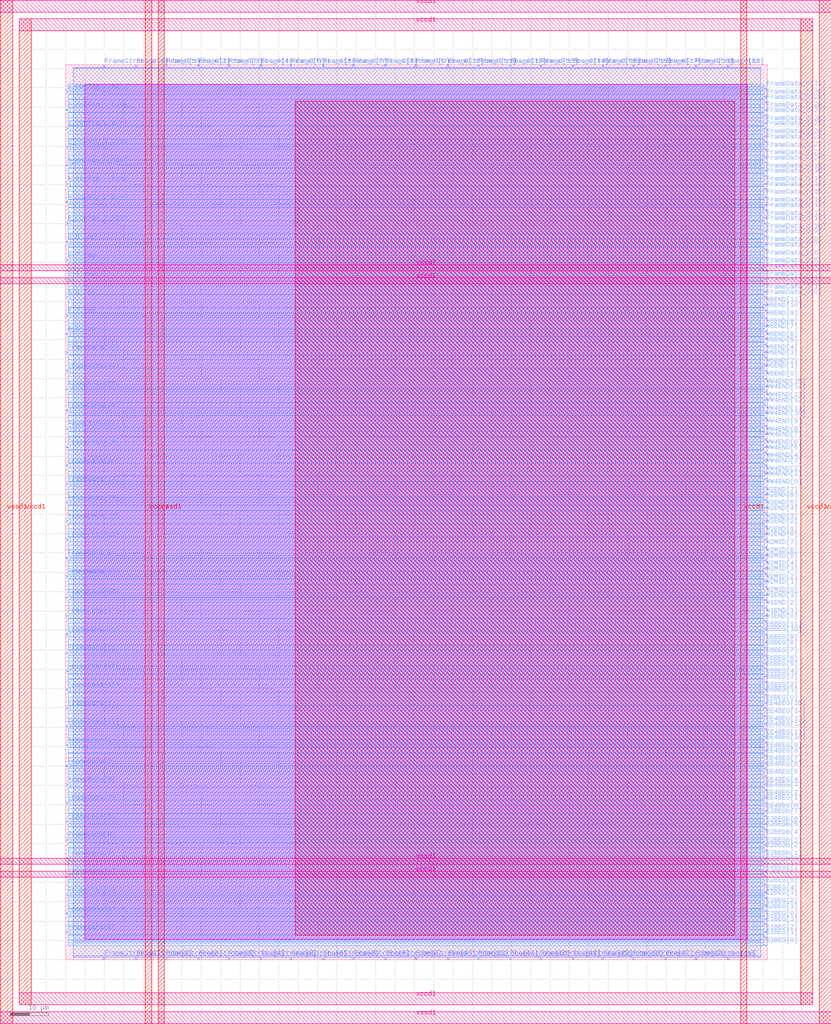
<source format=lef>
VERSION 5.7 ;
  NOWIREEXTENSIONATPIN ON ;
  DIVIDERCHAR "/" ;
  BUSBITCHARS "[]" ;
MACRO W_IO
  CLASS BLOCK ;
  FOREIGN W_IO ;
  ORIGIN 0.000 0.000 ;
  SIZE 181.000 BY 231.000 ;
  PIN A_I_top
    DIRECTION OUTPUT ;
    USE SIGNAL ;
    ANTENNADIFFAREA 0.445500 ;
    PORT
      LAYER met3 ;
        RECT 0.000 161.310 0.700 161.690 ;
    END
  END A_I_top
  PIN A_O_top
    DIRECTION INPUT ;
    USE SIGNAL ;
    ANTENNAGATEAREA 0.159000 ;
    PORT
      LAYER met3 ;
        RECT 0.000 170.830 0.700 171.210 ;
    END
  END A_O_top
  PIN A_T_top
    DIRECTION OUTPUT ;
    USE SIGNAL ;
    ANTENNADIFFAREA 0.445500 ;
    PORT
      LAYER met3 ;
        RECT 0.000 166.070 0.700 166.450 ;
    END
  END A_T_top
  PIN A_config_C_bit0
    DIRECTION OUTPUT ;
    USE SIGNAL ;
    ANTENNADIFFAREA 0.445500 ;
    PORT
      LAYER met3 ;
        RECT 0.000 189.870 0.700 190.250 ;
    END
  END A_config_C_bit0
  PIN A_config_C_bit1
    DIRECTION OUTPUT ;
    USE SIGNAL ;
    ANTENNADIFFAREA 0.445500 ;
    PORT
      LAYER met3 ;
        RECT 0.000 195.310 0.700 195.690 ;
    END
  END A_config_C_bit1
  PIN A_config_C_bit2
    DIRECTION OUTPUT ;
    USE SIGNAL ;
    ANTENNADIFFAREA 0.445500 ;
    PORT
      LAYER met3 ;
        RECT 0.000 200.070 0.700 200.450 ;
    END
  END A_config_C_bit2
  PIN A_config_C_bit3
    DIRECTION OUTPUT ;
    USE SIGNAL ;
    ANTENNADIFFAREA 0.445500 ;
    PORT
      LAYER met3 ;
        RECT 0.000 204.830 0.700 205.210 ;
    END
  END A_config_C_bit3
  PIN B_I_top
    DIRECTION OUTPUT ;
    USE SIGNAL ;
    ANTENNADIFFAREA 0.445500 ;
    PORT
      LAYER met3 ;
        RECT 0.000 175.590 0.700 175.970 ;
    END
  END B_I_top
  PIN B_O_top
    DIRECTION INPUT ;
    USE SIGNAL ;
    ANTENNAGATEAREA 0.159000 ;
    PORT
      LAYER met3 ;
        RECT 0.000 185.110 0.700 185.490 ;
    END
  END B_O_top
  PIN B_T_top
    DIRECTION OUTPUT ;
    USE SIGNAL ;
    ANTENNADIFFAREA 0.445500 ;
    PORT
      LAYER met3 ;
        RECT 0.000 180.350 0.700 180.730 ;
    END
  END B_T_top
  PIN B_config_C_bit0
    DIRECTION OUTPUT ;
    USE SIGNAL ;
    ANTENNADIFFAREA 0.445500 ;
    PORT
      LAYER met3 ;
        RECT 0.000 209.590 0.700 209.970 ;
    END
  END B_config_C_bit0
  PIN B_config_C_bit1
    DIRECTION OUTPUT ;
    USE SIGNAL ;
    ANTENNADIFFAREA 0.445500 ;
    PORT
      LAYER met3 ;
        RECT 0.000 214.350 0.700 214.730 ;
    END
  END B_config_C_bit1
  PIN B_config_C_bit2
    DIRECTION OUTPUT ;
    USE SIGNAL ;
    ANTENNADIFFAREA 0.445500 ;
    PORT
      LAYER met3 ;
        RECT 0.000 219.110 0.700 219.490 ;
    END
  END B_config_C_bit2
  PIN B_config_C_bit3
    DIRECTION OUTPUT ;
    USE SIGNAL ;
    ANTENNADIFFAREA 0.445500 ;
    PORT
      LAYER met3 ;
        RECT 0.000 223.870 0.700 224.250 ;
    END
  END B_config_C_bit3
  PIN E1BEG[0]
    DIRECTION OUTPUT ;
    USE SIGNAL ;
    ANTENNADIFFAREA 0.445500 ;
    PORT
      LAYER met3 ;
        RECT 180.300 3.550 181.000 3.930 ;
    END
  END E1BEG[0]
  PIN E1BEG[1]
    DIRECTION OUTPUT ;
    USE SIGNAL ;
    ANTENNADIFFAREA 0.445500 ;
    PORT
      LAYER met3 ;
        RECT 180.300 5.590 181.000 5.970 ;
    END
  END E1BEG[1]
  PIN E1BEG[2]
    DIRECTION OUTPUT ;
    USE SIGNAL ;
    ANTENNADIFFAREA 0.445500 ;
    PORT
      LAYER met3 ;
        RECT 180.300 6.950 181.000 7.330 ;
    END
  END E1BEG[2]
  PIN E1BEG[3]
    DIRECTION OUTPUT ;
    USE SIGNAL ;
    ANTENNADIFFAREA 0.445500 ;
    PORT
      LAYER met3 ;
        RECT 180.300 8.990 181.000 9.370 ;
    END
  END E1BEG[3]
  PIN E2BEG[0]
    DIRECTION OUTPUT ;
    USE SIGNAL ;
    ANTENNADIFFAREA 0.445500 ;
    PORT
      LAYER met3 ;
        RECT 180.300 10.350 181.000 10.730 ;
    END
  END E2BEG[0]
  PIN E2BEG[1]
    DIRECTION OUTPUT ;
    USE SIGNAL ;
    ANTENNADIFFAREA 0.445500 ;
    PORT
      LAYER met3 ;
        RECT 180.300 12.390 181.000 12.770 ;
    END
  END E2BEG[1]
  PIN E2BEG[2]
    DIRECTION OUTPUT ;
    USE SIGNAL ;
    ANTENNADIFFAREA 0.445500 ;
    PORT
      LAYER met3 ;
        RECT 180.300 13.750 181.000 14.130 ;
    END
  END E2BEG[2]
  PIN E2BEG[3]
    DIRECTION OUTPUT ;
    USE SIGNAL ;
    ANTENNADIFFAREA 0.445500 ;
    PORT
      LAYER met3 ;
        RECT 180.300 15.790 181.000 16.170 ;
    END
  END E2BEG[3]
  PIN E2BEG[4]
    DIRECTION OUTPUT ;
    USE SIGNAL ;
    ANTENNADIFFAREA 0.445500 ;
    PORT
      LAYER met3 ;
        RECT 180.300 17.150 181.000 17.530 ;
    END
  END E2BEG[4]
  PIN E2BEG[5]
    DIRECTION OUTPUT ;
    USE SIGNAL ;
    ANTENNADIFFAREA 0.445500 ;
    PORT
      LAYER met3 ;
        RECT 180.300 19.190 181.000 19.570 ;
    END
  END E2BEG[5]
  PIN E2BEG[6]
    DIRECTION OUTPUT ;
    USE SIGNAL ;
    ANTENNADIFFAREA 0.445500 ;
    PORT
      LAYER met3 ;
        RECT 180.300 21.230 181.000 21.610 ;
    END
  END E2BEG[6]
  PIN E2BEG[7]
    DIRECTION OUTPUT ;
    USE SIGNAL ;
    ANTENNADIFFAREA 0.445500 ;
    PORT
      LAYER met3 ;
        RECT 180.300 22.590 181.000 22.970 ;
    END
  END E2BEG[7]
  PIN E2BEGb[0]
    DIRECTION OUTPUT ;
    USE SIGNAL ;
    ANTENNADIFFAREA 0.445500 ;
    PORT
      LAYER met3 ;
        RECT 180.300 24.630 181.000 25.010 ;
    END
  END E2BEGb[0]
  PIN E2BEGb[1]
    DIRECTION OUTPUT ;
    USE SIGNAL ;
    ANTENNADIFFAREA 0.445500 ;
    PORT
      LAYER met3 ;
        RECT 180.300 25.990 181.000 26.370 ;
    END
  END E2BEGb[1]
  PIN E2BEGb[2]
    DIRECTION OUTPUT ;
    USE SIGNAL ;
    ANTENNADIFFAREA 0.445500 ;
    PORT
      LAYER met3 ;
        RECT 180.300 28.030 181.000 28.410 ;
    END
  END E2BEGb[2]
  PIN E2BEGb[3]
    DIRECTION OUTPUT ;
    USE SIGNAL ;
    ANTENNADIFFAREA 0.445500 ;
    PORT
      LAYER met3 ;
        RECT 180.300 29.390 181.000 29.770 ;
    END
  END E2BEGb[3]
  PIN E2BEGb[4]
    DIRECTION OUTPUT ;
    USE SIGNAL ;
    ANTENNADIFFAREA 0.445500 ;
    PORT
      LAYER met3 ;
        RECT 180.300 31.430 181.000 31.810 ;
    END
  END E2BEGb[4]
  PIN E2BEGb[5]
    DIRECTION OUTPUT ;
    USE SIGNAL ;
    ANTENNADIFFAREA 0.445500 ;
    PORT
      LAYER met3 ;
        RECT 180.300 33.470 181.000 33.850 ;
    END
  END E2BEGb[5]
  PIN E2BEGb[6]
    DIRECTION OUTPUT ;
    USE SIGNAL ;
    ANTENNADIFFAREA 0.445500 ;
    PORT
      LAYER met3 ;
        RECT 180.300 34.830 181.000 35.210 ;
    END
  END E2BEGb[6]
  PIN E2BEGb[7]
    DIRECTION OUTPUT ;
    USE SIGNAL ;
    ANTENNADIFFAREA 0.445500 ;
    PORT
      LAYER met3 ;
        RECT 180.300 36.870 181.000 37.250 ;
    END
  END E2BEGb[7]
  PIN E6BEG[0]
    DIRECTION OUTPUT ;
    USE SIGNAL ;
    ANTENNADIFFAREA 0.445500 ;
    PORT
      LAYER met3 ;
        RECT 180.300 66.110 181.000 66.490 ;
    END
  END E6BEG[0]
  PIN E6BEG[10]
    DIRECTION OUTPUT ;
    USE SIGNAL ;
    ANTENNADIFFAREA 0.445500 ;
    PORT
      LAYER met3 ;
        RECT 180.300 83.790 181.000 84.170 ;
    END
  END E6BEG[10]
  PIN E6BEG[11]
    DIRECTION OUTPUT ;
    USE SIGNAL ;
    ANTENNADIFFAREA 0.445500 ;
    PORT
      LAYER met3 ;
        RECT 180.300 85.150 181.000 85.530 ;
    END
  END E6BEG[11]
  PIN E6BEG[1]
    DIRECTION OUTPUT ;
    USE SIGNAL ;
    ANTENNADIFFAREA 0.445500 ;
    PORT
      LAYER met3 ;
        RECT 180.300 68.150 181.000 68.530 ;
    END
  END E6BEG[1]
  PIN E6BEG[2]
    DIRECTION OUTPUT ;
    USE SIGNAL ;
    ANTENNADIFFAREA 0.445500 ;
    PORT
      LAYER met3 ;
        RECT 180.300 69.510 181.000 69.890 ;
    END
  END E6BEG[2]
  PIN E6BEG[3]
    DIRECTION OUTPUT ;
    USE SIGNAL ;
    ANTENNADIFFAREA 0.445500 ;
    PORT
      LAYER met3 ;
        RECT 180.300 71.550 181.000 71.930 ;
    END
  END E6BEG[3]
  PIN E6BEG[4]
    DIRECTION OUTPUT ;
    USE SIGNAL ;
    ANTENNADIFFAREA 0.445500 ;
    PORT
      LAYER met3 ;
        RECT 180.300 72.910 181.000 73.290 ;
    END
  END E6BEG[4]
  PIN E6BEG[5]
    DIRECTION OUTPUT ;
    USE SIGNAL ;
    ANTENNADIFFAREA 0.445500 ;
    PORT
      LAYER met3 ;
        RECT 180.300 74.950 181.000 75.330 ;
    END
  END E6BEG[5]
  PIN E6BEG[6]
    DIRECTION OUTPUT ;
    USE SIGNAL ;
    ANTENNADIFFAREA 0.445500 ;
    PORT
      LAYER met3 ;
        RECT 180.300 76.310 181.000 76.690 ;
    END
  END E6BEG[6]
  PIN E6BEG[7]
    DIRECTION OUTPUT ;
    USE SIGNAL ;
    ANTENNADIFFAREA 0.445500 ;
    PORT
      LAYER met3 ;
        RECT 180.300 78.350 181.000 78.730 ;
    END
  END E6BEG[7]
  PIN E6BEG[8]
    DIRECTION OUTPUT ;
    USE SIGNAL ;
    ANTENNADIFFAREA 0.445500 ;
    PORT
      LAYER met3 ;
        RECT 180.300 80.390 181.000 80.770 ;
    END
  END E6BEG[8]
  PIN E6BEG[9]
    DIRECTION OUTPUT ;
    USE SIGNAL ;
    ANTENNADIFFAREA 0.445500 ;
    PORT
      LAYER met3 ;
        RECT 180.300 81.750 181.000 82.130 ;
    END
  END E6BEG[9]
  PIN EE4BEG[0]
    DIRECTION OUTPUT ;
    USE SIGNAL ;
    ANTENNADIFFAREA 0.445500 ;
    PORT
      LAYER met3 ;
        RECT 180.300 38.230 181.000 38.610 ;
    END
  END EE4BEG[0]
  PIN EE4BEG[10]
    DIRECTION OUTPUT ;
    USE SIGNAL ;
    ANTENNADIFFAREA 0.445500 ;
    PORT
      LAYER met3 ;
        RECT 180.300 55.910 181.000 56.290 ;
    END
  END EE4BEG[10]
  PIN EE4BEG[11]
    DIRECTION OUTPUT ;
    USE SIGNAL ;
    ANTENNADIFFAREA 0.445500 ;
    PORT
      LAYER met3 ;
        RECT 180.300 57.270 181.000 57.650 ;
    END
  END EE4BEG[11]
  PIN EE4BEG[12]
    DIRECTION OUTPUT ;
    USE SIGNAL ;
    ANTENNADIFFAREA 0.445500 ;
    PORT
      LAYER met3 ;
        RECT 180.300 59.310 181.000 59.690 ;
    END
  END EE4BEG[12]
  PIN EE4BEG[13]
    DIRECTION OUTPUT ;
    USE SIGNAL ;
    ANTENNADIFFAREA 0.445500 ;
    PORT
      LAYER met3 ;
        RECT 180.300 60.670 181.000 61.050 ;
    END
  END EE4BEG[13]
  PIN EE4BEG[14]
    DIRECTION OUTPUT ;
    USE SIGNAL ;
    ANTENNADIFFAREA 0.445500 ;
    PORT
      LAYER met3 ;
        RECT 180.300 62.710 181.000 63.090 ;
    END
  END EE4BEG[14]
  PIN EE4BEG[15]
    DIRECTION OUTPUT ;
    USE SIGNAL ;
    ANTENNADIFFAREA 0.445500 ;
    PORT
      LAYER met3 ;
        RECT 180.300 64.750 181.000 65.130 ;
    END
  END EE4BEG[15]
  PIN EE4BEG[1]
    DIRECTION OUTPUT ;
    USE SIGNAL ;
    ANTENNADIFFAREA 0.445500 ;
    PORT
      LAYER met3 ;
        RECT 180.300 40.270 181.000 40.650 ;
    END
  END EE4BEG[1]
  PIN EE4BEG[2]
    DIRECTION OUTPUT ;
    USE SIGNAL ;
    ANTENNADIFFAREA 0.445500 ;
    PORT
      LAYER met3 ;
        RECT 180.300 41.630 181.000 42.010 ;
    END
  END EE4BEG[2]
  PIN EE4BEG[3]
    DIRECTION OUTPUT ;
    USE SIGNAL ;
    ANTENNADIFFAREA 0.445500 ;
    PORT
      LAYER met3 ;
        RECT 180.300 43.670 181.000 44.050 ;
    END
  END EE4BEG[3]
  PIN EE4BEG[4]
    DIRECTION OUTPUT ;
    USE SIGNAL ;
    ANTENNADIFFAREA 0.445500 ;
    PORT
      LAYER met3 ;
        RECT 180.300 45.030 181.000 45.410 ;
    END
  END EE4BEG[4]
  PIN EE4BEG[5]
    DIRECTION OUTPUT ;
    USE SIGNAL ;
    ANTENNADIFFAREA 0.445500 ;
    PORT
      LAYER met3 ;
        RECT 180.300 47.070 181.000 47.450 ;
    END
  END EE4BEG[5]
  PIN EE4BEG[6]
    DIRECTION OUTPUT ;
    USE SIGNAL ;
    ANTENNADIFFAREA 0.445500 ;
    PORT
      LAYER met3 ;
        RECT 180.300 49.110 181.000 49.490 ;
    END
  END EE4BEG[6]
  PIN EE4BEG[7]
    DIRECTION OUTPUT ;
    USE SIGNAL ;
    ANTENNADIFFAREA 0.445500 ;
    PORT
      LAYER met3 ;
        RECT 180.300 50.470 181.000 50.850 ;
    END
  END EE4BEG[7]
  PIN EE4BEG[8]
    DIRECTION OUTPUT ;
    USE SIGNAL ;
    ANTENNADIFFAREA 0.445500 ;
    PORT
      LAYER met3 ;
        RECT 180.300 52.510 181.000 52.890 ;
    END
  END EE4BEG[8]
  PIN EE4BEG[9]
    DIRECTION OUTPUT ;
    USE SIGNAL ;
    ANTENNADIFFAREA 0.445500 ;
    PORT
      LAYER met3 ;
        RECT 180.300 53.870 181.000 54.250 ;
    END
  END EE4BEG[9]
  PIN FrameData[0]
    DIRECTION INPUT ;
    USE SIGNAL ;
    ANTENNAGATEAREA 0.213000 ;
    PORT
      LAYER met3 ;
        RECT 0.000 6.950 0.700 7.330 ;
    END
  END FrameData[0]
  PIN FrameData[10]
    DIRECTION INPUT ;
    USE SIGNAL ;
    ANTENNAGATEAREA 0.196500 ;
    PORT
      LAYER met3 ;
        RECT 0.000 55.230 0.700 55.610 ;
    END
  END FrameData[10]
  PIN FrameData[11]
    DIRECTION INPUT ;
    USE SIGNAL ;
    ANTENNAGATEAREA 0.196500 ;
    PORT
      LAYER met3 ;
        RECT 0.000 59.990 0.700 60.370 ;
    END
  END FrameData[11]
  PIN FrameData[12]
    DIRECTION INPUT ;
    USE SIGNAL ;
    ANTENNAGATEAREA 0.126000 ;
    PORT
      LAYER met3 ;
        RECT 0.000 64.750 0.700 65.130 ;
    END
  END FrameData[12]
  PIN FrameData[13]
    DIRECTION INPUT ;
    USE SIGNAL ;
    ANTENNAGATEAREA 0.126000 ;
    PORT
      LAYER met3 ;
        RECT 0.000 69.510 0.700 69.890 ;
    END
  END FrameData[13]
  PIN FrameData[14]
    DIRECTION INPUT ;
    USE SIGNAL ;
    ANTENNAGATEAREA 0.213000 ;
    PORT
      LAYER met3 ;
        RECT 0.000 74.270 0.700 74.650 ;
    END
  END FrameData[14]
  PIN FrameData[15]
    DIRECTION INPUT ;
    USE SIGNAL ;
    ANTENNAGATEAREA 0.213000 ;
    PORT
      LAYER met3 ;
        RECT 0.000 79.030 0.700 79.410 ;
    END
  END FrameData[15]
  PIN FrameData[16]
    DIRECTION INPUT ;
    USE SIGNAL ;
    ANTENNAGATEAREA 0.213000 ;
    PORT
      LAYER met3 ;
        RECT 0.000 83.790 0.700 84.170 ;
    END
  END FrameData[16]
  PIN FrameData[17]
    DIRECTION INPUT ;
    USE SIGNAL ;
    ANTENNAGATEAREA 0.213000 ;
    PORT
      LAYER met3 ;
        RECT 0.000 88.550 0.700 88.930 ;
    END
  END FrameData[17]
  PIN FrameData[18]
    DIRECTION INPUT ;
    USE SIGNAL ;
    ANTENNAGATEAREA 0.213000 ;
    PORT
      LAYER met3 ;
        RECT 0.000 93.310 0.700 93.690 ;
    END
  END FrameData[18]
  PIN FrameData[19]
    DIRECTION INPUT ;
    USE SIGNAL ;
    ANTENNAGATEAREA 0.213000 ;
    PORT
      LAYER met3 ;
        RECT 0.000 98.750 0.700 99.130 ;
    END
  END FrameData[19]
  PIN FrameData[1]
    DIRECTION INPUT ;
    USE SIGNAL ;
    ANTENNAGATEAREA 0.213000 ;
    PORT
      LAYER met3 ;
        RECT 0.000 11.710 0.700 12.090 ;
    END
  END FrameData[1]
  PIN FrameData[20]
    DIRECTION INPUT ;
    USE SIGNAL ;
    ANTENNAGATEAREA 0.213000 ;
    PORT
      LAYER met3 ;
        RECT 0.000 103.510 0.700 103.890 ;
    END
  END FrameData[20]
  PIN FrameData[21]
    DIRECTION INPUT ;
    USE SIGNAL ;
    ANTENNAGATEAREA 0.126000 ;
    PORT
      LAYER met3 ;
        RECT 0.000 108.270 0.700 108.650 ;
    END
  END FrameData[21]
  PIN FrameData[22]
    DIRECTION INPUT ;
    USE SIGNAL ;
    ANTENNAGATEAREA 0.213000 ;
    PORT
      LAYER met3 ;
        RECT 0.000 113.030 0.700 113.410 ;
    END
  END FrameData[22]
  PIN FrameData[23]
    DIRECTION INPUT ;
    USE SIGNAL ;
    ANTENNAGATEAREA 0.213000 ;
    PORT
      LAYER met3 ;
        RECT 0.000 117.790 0.700 118.170 ;
    END
  END FrameData[23]
  PIN FrameData[24]
    DIRECTION INPUT ;
    USE SIGNAL ;
    ANTENNAGATEAREA 0.213000 ;
    PORT
      LAYER met3 ;
        RECT 0.000 122.550 0.700 122.930 ;
    END
  END FrameData[24]
  PIN FrameData[25]
    DIRECTION INPUT ;
    USE SIGNAL ;
    ANTENNAGATEAREA 0.213000 ;
    PORT
      LAYER met3 ;
        RECT 0.000 127.310 0.700 127.690 ;
    END
  END FrameData[25]
  PIN FrameData[26]
    DIRECTION INPUT ;
    USE SIGNAL ;
    ANTENNAGATEAREA 0.213000 ;
    PORT
      LAYER met3 ;
        RECT 0.000 132.070 0.700 132.450 ;
    END
  END FrameData[26]
  PIN FrameData[27]
    DIRECTION INPUT ;
    USE SIGNAL ;
    ANTENNAGATEAREA 0.213000 ;
    PORT
      LAYER met3 ;
        RECT 0.000 136.830 0.700 137.210 ;
    END
  END FrameData[27]
  PIN FrameData[28]
    DIRECTION INPUT ;
    USE SIGNAL ;
    ANTENNAGATEAREA 0.126000 ;
    PORT
      LAYER met3 ;
        RECT 0.000 141.590 0.700 141.970 ;
    END
  END FrameData[28]
  PIN FrameData[29]
    DIRECTION INPUT ;
    USE SIGNAL ;
    ANTENNAGATEAREA 0.213000 ;
    PORT
      LAYER met3 ;
        RECT 0.000 147.030 0.700 147.410 ;
    END
  END FrameData[29]
  PIN FrameData[2]
    DIRECTION INPUT ;
    USE SIGNAL ;
    ANTENNAGATEAREA 0.213000 ;
    PORT
      LAYER met3 ;
        RECT 0.000 16.470 0.700 16.850 ;
    END
  END FrameData[2]
  PIN FrameData[30]
    DIRECTION INPUT ;
    USE SIGNAL ;
    ANTENNAGATEAREA 0.213000 ;
    PORT
      LAYER met3 ;
        RECT 0.000 151.790 0.700 152.170 ;
    END
  END FrameData[30]
  PIN FrameData[31]
    DIRECTION INPUT ;
    USE SIGNAL ;
    ANTENNAGATEAREA 0.213000 ;
    PORT
      LAYER met3 ;
        RECT 0.000 156.550 0.700 156.930 ;
    END
  END FrameData[31]
  PIN FrameData[3]
    DIRECTION INPUT ;
    USE SIGNAL ;
    ANTENNAGATEAREA 0.213000 ;
    PORT
      LAYER met3 ;
        RECT 0.000 21.230 0.700 21.610 ;
    END
  END FrameData[3]
  PIN FrameData[4]
    DIRECTION INPUT ;
    USE SIGNAL ;
    ANTENNAGATEAREA 0.213000 ;
    PORT
      LAYER met3 ;
        RECT 0.000 25.990 0.700 26.370 ;
    END
  END FrameData[4]
  PIN FrameData[5]
    DIRECTION INPUT ;
    USE SIGNAL ;
    ANTENNAGATEAREA 0.213000 ;
    PORT
      LAYER met3 ;
        RECT 0.000 30.750 0.700 31.130 ;
    END
  END FrameData[5]
  PIN FrameData[6]
    DIRECTION INPUT ;
    USE SIGNAL ;
    ANTENNAGATEAREA 0.213000 ;
    PORT
      LAYER met3 ;
        RECT 0.000 35.510 0.700 35.890 ;
    END
  END FrameData[6]
  PIN FrameData[7]
    DIRECTION INPUT ;
    USE SIGNAL ;
    ANTENNAGATEAREA 0.213000 ;
    PORT
      LAYER met3 ;
        RECT 0.000 40.270 0.700 40.650 ;
    END
  END FrameData[7]
  PIN FrameData[8]
    DIRECTION INPUT ;
    USE SIGNAL ;
    ANTENNAGATEAREA 0.213000 ;
    PORT
      LAYER met3 ;
        RECT 0.000 45.030 0.700 45.410 ;
    END
  END FrameData[8]
  PIN FrameData[9]
    DIRECTION INPUT ;
    USE SIGNAL ;
    ANTENNAGATEAREA 0.213000 ;
    PORT
      LAYER met3 ;
        RECT 0.000 49.790 0.700 50.170 ;
    END
  END FrameData[9]
  PIN FrameData_O[0]
    DIRECTION OUTPUT ;
    USE SIGNAL ;
    ANTENNADIFFAREA 0.445500 ;
    PORT
      LAYER met3 ;
        RECT 180.300 170.830 181.000 171.210 ;
    END
  END FrameData_O[0]
  PIN FrameData_O[10]
    DIRECTION OUTPUT ;
    USE SIGNAL ;
    ANTENNADIFFAREA 0.445500 ;
    PORT
      LAYER met3 ;
        RECT 180.300 187.830 181.000 188.210 ;
    END
  END FrameData_O[10]
  PIN FrameData_O[11]
    DIRECTION OUTPUT ;
    USE SIGNAL ;
    ANTENNADIFFAREA 0.445500 ;
    PORT
      LAYER met3 ;
        RECT 180.300 189.870 181.000 190.250 ;
    END
  END FrameData_O[11]
  PIN FrameData_O[12]
    DIRECTION OUTPUT ;
    USE SIGNAL ;
    ANTENNADIFFAREA 0.445500 ;
    PORT
      LAYER met3 ;
        RECT 180.300 191.230 181.000 191.610 ;
    END
  END FrameData_O[12]
  PIN FrameData_O[13]
    DIRECTION OUTPUT ;
    USE SIGNAL ;
    ANTENNADIFFAREA 0.445500 ;
    PORT
      LAYER met3 ;
        RECT 180.300 193.270 181.000 193.650 ;
    END
  END FrameData_O[13]
  PIN FrameData_O[14]
    DIRECTION OUTPUT ;
    USE SIGNAL ;
    ANTENNADIFFAREA 0.445500 ;
    PORT
      LAYER met3 ;
        RECT 180.300 194.630 181.000 195.010 ;
    END
  END FrameData_O[14]
  PIN FrameData_O[15]
    DIRECTION OUTPUT ;
    USE SIGNAL ;
    ANTENNADIFFAREA 0.445500 ;
    PORT
      LAYER met3 ;
        RECT 180.300 196.670 181.000 197.050 ;
    END
  END FrameData_O[15]
  PIN FrameData_O[16]
    DIRECTION OUTPUT ;
    USE SIGNAL ;
    ANTENNADIFFAREA 0.445500 ;
    PORT
      LAYER met3 ;
        RECT 180.300 198.710 181.000 199.090 ;
    END
  END FrameData_O[16]
  PIN FrameData_O[17]
    DIRECTION OUTPUT ;
    USE SIGNAL ;
    ANTENNADIFFAREA 0.445500 ;
    PORT
      LAYER met3 ;
        RECT 180.300 200.070 181.000 200.450 ;
    END
  END FrameData_O[17]
  PIN FrameData_O[18]
    DIRECTION OUTPUT ;
    USE SIGNAL ;
    ANTENNADIFFAREA 0.445500 ;
    PORT
      LAYER met3 ;
        RECT 180.300 202.110 181.000 202.490 ;
    END
  END FrameData_O[18]
  PIN FrameData_O[19]
    DIRECTION OUTPUT ;
    USE SIGNAL ;
    ANTENNADIFFAREA 0.445500 ;
    PORT
      LAYER met3 ;
        RECT 180.300 203.470 181.000 203.850 ;
    END
  END FrameData_O[19]
  PIN FrameData_O[1]
    DIRECTION OUTPUT ;
    USE SIGNAL ;
    ANTENNADIFFAREA 0.445500 ;
    PORT
      LAYER met3 ;
        RECT 180.300 172.190 181.000 172.570 ;
    END
  END FrameData_O[1]
  PIN FrameData_O[20]
    DIRECTION OUTPUT ;
    USE SIGNAL ;
    ANTENNADIFFAREA 0.445500 ;
    PORT
      LAYER met3 ;
        RECT 180.300 205.510 181.000 205.890 ;
    END
  END FrameData_O[20]
  PIN FrameData_O[21]
    DIRECTION OUTPUT ;
    USE SIGNAL ;
    ANTENNADIFFAREA 0.445500 ;
    PORT
      LAYER met3 ;
        RECT 180.300 206.870 181.000 207.250 ;
    END
  END FrameData_O[21]
  PIN FrameData_O[22]
    DIRECTION OUTPUT ;
    USE SIGNAL ;
    ANTENNADIFFAREA 0.445500 ;
    PORT
      LAYER met3 ;
        RECT 180.300 208.910 181.000 209.290 ;
    END
  END FrameData_O[22]
  PIN FrameData_O[23]
    DIRECTION OUTPUT ;
    USE SIGNAL ;
    ANTENNADIFFAREA 0.445500 ;
    PORT
      LAYER met3 ;
        RECT 180.300 210.950 181.000 211.330 ;
    END
  END FrameData_O[23]
  PIN FrameData_O[24]
    DIRECTION OUTPUT ;
    USE SIGNAL ;
    ANTENNADIFFAREA 0.445500 ;
    PORT
      LAYER met3 ;
        RECT 180.300 212.310 181.000 212.690 ;
    END
  END FrameData_O[24]
  PIN FrameData_O[25]
    DIRECTION OUTPUT ;
    USE SIGNAL ;
    ANTENNADIFFAREA 0.445500 ;
    PORT
      LAYER met3 ;
        RECT 180.300 214.350 181.000 214.730 ;
    END
  END FrameData_O[25]
  PIN FrameData_O[26]
    DIRECTION OUTPUT ;
    USE SIGNAL ;
    ANTENNADIFFAREA 0.445500 ;
    PORT
      LAYER met3 ;
        RECT 180.300 215.710 181.000 216.090 ;
    END
  END FrameData_O[26]
  PIN FrameData_O[27]
    DIRECTION OUTPUT ;
    USE SIGNAL ;
    ANTENNADIFFAREA 0.445500 ;
    PORT
      LAYER met3 ;
        RECT 180.300 217.750 181.000 218.130 ;
    END
  END FrameData_O[27]
  PIN FrameData_O[28]
    DIRECTION OUTPUT ;
    USE SIGNAL ;
    ANTENNADIFFAREA 0.445500 ;
    PORT
      LAYER met3 ;
        RECT 180.300 219.110 181.000 219.490 ;
    END
  END FrameData_O[28]
  PIN FrameData_O[29]
    DIRECTION OUTPUT ;
    USE SIGNAL ;
    ANTENNADIFFAREA 0.445500 ;
    PORT
      LAYER met3 ;
        RECT 180.300 221.150 181.000 221.530 ;
    END
  END FrameData_O[29]
  PIN FrameData_O[2]
    DIRECTION OUTPUT ;
    USE SIGNAL ;
    ANTENNADIFFAREA 0.445500 ;
    PORT
      LAYER met3 ;
        RECT 180.300 174.230 181.000 174.610 ;
    END
  END FrameData_O[2]
  PIN FrameData_O[30]
    DIRECTION OUTPUT ;
    USE SIGNAL ;
    ANTENNADIFFAREA 0.445500 ;
    PORT
      LAYER met3 ;
        RECT 180.300 222.510 181.000 222.890 ;
    END
  END FrameData_O[30]
  PIN FrameData_O[31]
    DIRECTION OUTPUT ;
    USE SIGNAL ;
    ANTENNADIFFAREA 0.445500 ;
    PORT
      LAYER met3 ;
        RECT 180.300 224.550 181.000 224.930 ;
    END
  END FrameData_O[31]
  PIN FrameData_O[3]
    DIRECTION OUTPUT ;
    USE SIGNAL ;
    ANTENNADIFFAREA 0.445500 ;
    PORT
      LAYER met3 ;
        RECT 180.300 175.590 181.000 175.970 ;
    END
  END FrameData_O[3]
  PIN FrameData_O[4]
    DIRECTION OUTPUT ;
    USE SIGNAL ;
    ANTENNADIFFAREA 0.445500 ;
    PORT
      LAYER met3 ;
        RECT 180.300 177.630 181.000 178.010 ;
    END
  END FrameData_O[4]
  PIN FrameData_O[5]
    DIRECTION OUTPUT ;
    USE SIGNAL ;
    ANTENNADIFFAREA 0.445500 ;
    PORT
      LAYER met3 ;
        RECT 180.300 178.990 181.000 179.370 ;
    END
  END FrameData_O[5]
  PIN FrameData_O[6]
    DIRECTION OUTPUT ;
    USE SIGNAL ;
    ANTENNADIFFAREA 0.445500 ;
    PORT
      LAYER met3 ;
        RECT 180.300 181.030 181.000 181.410 ;
    END
  END FrameData_O[6]
  PIN FrameData_O[7]
    DIRECTION OUTPUT ;
    USE SIGNAL ;
    ANTENNADIFFAREA 0.445500 ;
    PORT
      LAYER met3 ;
        RECT 180.300 183.070 181.000 183.450 ;
    END
  END FrameData_O[7]
  PIN FrameData_O[8]
    DIRECTION OUTPUT ;
    USE SIGNAL ;
    ANTENNADIFFAREA 0.445500 ;
    PORT
      LAYER met3 ;
        RECT 180.300 184.430 181.000 184.810 ;
    END
  END FrameData_O[8]
  PIN FrameData_O[9]
    DIRECTION OUTPUT ;
    USE SIGNAL ;
    ANTENNADIFFAREA 0.445500 ;
    PORT
      LAYER met3 ;
        RECT 180.300 186.470 181.000 186.850 ;
    END
  END FrameData_O[9]
  PIN FrameStrobe[0]
    DIRECTION INPUT ;
    USE SIGNAL ;
    ANTENNAGATEAREA 0.159000 ;
    PORT
      LAYER met2 ;
        RECT 9.700 0.000 10.080 0.700 ;
    END
  END FrameStrobe[0]
  PIN FrameStrobe[10]
    DIRECTION INPUT ;
    USE SIGNAL ;
    ANTENNAGATEAREA 0.213000 ;
    ANTENNADIFFAREA 0.434700 ;
    PORT
      LAYER met2 ;
        RECT 90.200 0.000 90.580 0.700 ;
    END
  END FrameStrobe[10]
  PIN FrameStrobe[11]
    DIRECTION INPUT ;
    USE SIGNAL ;
    ANTENNAGATEAREA 0.213000 ;
    PORT
      LAYER met2 ;
        RECT 98.480 0.000 98.860 0.700 ;
    END
  END FrameStrobe[11]
  PIN FrameStrobe[12]
    DIRECTION INPUT ;
    USE SIGNAL ;
    ANTENNAGATEAREA 0.213000 ;
    ANTENNADIFFAREA 0.434700 ;
    PORT
      LAYER met2 ;
        RECT 106.300 0.000 106.680 0.700 ;
    END
  END FrameStrobe[12]
  PIN FrameStrobe[13]
    DIRECTION INPUT ;
    USE SIGNAL ;
    ANTENNAGATEAREA 0.213000 ;
    PORT
      LAYER met2 ;
        RECT 114.580 0.000 114.960 0.700 ;
    END
  END FrameStrobe[13]
  PIN FrameStrobe[14]
    DIRECTION INPUT ;
    USE SIGNAL ;
    ANTENNAGATEAREA 0.196500 ;
    ANTENNADIFFAREA 0.434700 ;
    PORT
      LAYER met2 ;
        RECT 122.400 0.000 122.780 0.700 ;
    END
  END FrameStrobe[14]
  PIN FrameStrobe[15]
    DIRECTION INPUT ;
    USE SIGNAL ;
    ANTENNAGATEAREA 0.196500 ;
    ANTENNADIFFAREA 0.434700 ;
    PORT
      LAYER met2 ;
        RECT 130.680 0.000 131.060 0.700 ;
    END
  END FrameStrobe[15]
  PIN FrameStrobe[16]
    DIRECTION INPUT ;
    USE SIGNAL ;
    ANTENNAGATEAREA 0.213000 ;
    PORT
      LAYER met2 ;
        RECT 138.500 0.000 138.880 0.700 ;
    END
  END FrameStrobe[16]
  PIN FrameStrobe[17]
    DIRECTION INPUT ;
    USE SIGNAL ;
    ANTENNAGATEAREA 0.196500 ;
    ANTENNADIFFAREA 0.434700 ;
    PORT
      LAYER met2 ;
        RECT 146.320 0.000 146.700 0.700 ;
    END
  END FrameStrobe[17]
  PIN FrameStrobe[18]
    DIRECTION INPUT ;
    USE SIGNAL ;
    ANTENNAGATEAREA 0.196500 ;
    ANTENNADIFFAREA 0.434700 ;
    PORT
      LAYER met2 ;
        RECT 154.600 0.000 154.980 0.700 ;
    END
  END FrameStrobe[18]
  PIN FrameStrobe[19]
    DIRECTION INPUT ;
    USE SIGNAL ;
    ANTENNAGATEAREA 0.213000 ;
    PORT
      LAYER met2 ;
        RECT 162.420 0.000 162.800 0.700 ;
    END
  END FrameStrobe[19]
  PIN FrameStrobe[1]
    DIRECTION INPUT ;
    USE SIGNAL ;
    ANTENNAGATEAREA 0.213000 ;
    PORT
      LAYER met2 ;
        RECT 17.980 0.000 18.360 0.700 ;
    END
  END FrameStrobe[1]
  PIN FrameStrobe[2]
    DIRECTION INPUT ;
    USE SIGNAL ;
    ANTENNAGATEAREA 0.213000 ;
    PORT
      LAYER met2 ;
        RECT 25.800 0.000 26.180 0.700 ;
    END
  END FrameStrobe[2]
  PIN FrameStrobe[3]
    DIRECTION INPUT ;
    USE SIGNAL ;
    ANTENNAGATEAREA 0.126000 ;
    PORT
      LAYER met2 ;
        RECT 34.080 0.000 34.460 0.700 ;
    END
  END FrameStrobe[3]
  PIN FrameStrobe[4]
    DIRECTION INPUT ;
    USE SIGNAL ;
    ANTENNAGATEAREA 0.213000 ;
    ANTENNADIFFAREA 0.434700 ;
    PORT
      LAYER met2 ;
        RECT 41.900 0.000 42.280 0.700 ;
    END
  END FrameStrobe[4]
  PIN FrameStrobe[5]
    DIRECTION INPUT ;
    USE SIGNAL ;
    ANTENNAGATEAREA 0.213000 ;
    ANTENNADIFFAREA 0.434700 ;
    PORT
      LAYER met2 ;
        RECT 50.180 0.000 50.560 0.700 ;
    END
  END FrameStrobe[5]
  PIN FrameStrobe[6]
    DIRECTION INPUT ;
    USE SIGNAL ;
    ANTENNAGATEAREA 0.213000 ;
    ANTENNADIFFAREA 0.434700 ;
    PORT
      LAYER met2 ;
        RECT 58.000 0.000 58.380 0.700 ;
    END
  END FrameStrobe[6]
  PIN FrameStrobe[7]
    DIRECTION INPUT ;
    USE SIGNAL ;
    ANTENNAGATEAREA 0.213000 ;
    PORT
      LAYER met2 ;
        RECT 66.280 0.000 66.660 0.700 ;
    END
  END FrameStrobe[7]
  PIN FrameStrobe[8]
    DIRECTION INPUT ;
    USE SIGNAL ;
    ANTENNAGATEAREA 0.196500 ;
    ANTENNADIFFAREA 0.434700 ;
    PORT
      LAYER met2 ;
        RECT 74.100 0.000 74.480 0.700 ;
    END
  END FrameStrobe[8]
  PIN FrameStrobe[9]
    DIRECTION INPUT ;
    USE SIGNAL ;
    ANTENNAGATEAREA 0.213000 ;
    PORT
      LAYER met2 ;
        RECT 82.380 0.000 82.760 0.700 ;
    END
  END FrameStrobe[9]
  PIN FrameStrobe_O[0]
    DIRECTION OUTPUT ;
    USE SIGNAL ;
    ANTENNADIFFAREA 0.445500 ;
    PORT
      LAYER met2 ;
        RECT 9.700 230.300 10.080 231.000 ;
    END
  END FrameStrobe_O[0]
  PIN FrameStrobe_O[10]
    DIRECTION OUTPUT ;
    USE SIGNAL ;
    ANTENNADIFFAREA 0.445500 ;
    PORT
      LAYER met2 ;
        RECT 90.200 230.300 90.580 231.000 ;
    END
  END FrameStrobe_O[10]
  PIN FrameStrobe_O[11]
    DIRECTION OUTPUT ;
    USE SIGNAL ;
    ANTENNADIFFAREA 0.445500 ;
    PORT
      LAYER met2 ;
        RECT 98.480 230.300 98.860 231.000 ;
    END
  END FrameStrobe_O[11]
  PIN FrameStrobe_O[12]
    DIRECTION OUTPUT ;
    USE SIGNAL ;
    ANTENNADIFFAREA 0.445500 ;
    PORT
      LAYER met2 ;
        RECT 106.300 230.300 106.680 231.000 ;
    END
  END FrameStrobe_O[12]
  PIN FrameStrobe_O[13]
    DIRECTION OUTPUT ;
    USE SIGNAL ;
    ANTENNADIFFAREA 0.445500 ;
    PORT
      LAYER met2 ;
        RECT 114.580 230.300 114.960 231.000 ;
    END
  END FrameStrobe_O[13]
  PIN FrameStrobe_O[14]
    DIRECTION OUTPUT ;
    USE SIGNAL ;
    ANTENNADIFFAREA 0.445500 ;
    PORT
      LAYER met2 ;
        RECT 122.400 230.300 122.780 231.000 ;
    END
  END FrameStrobe_O[14]
  PIN FrameStrobe_O[15]
    DIRECTION OUTPUT ;
    USE SIGNAL ;
    ANTENNADIFFAREA 0.445500 ;
    PORT
      LAYER met2 ;
        RECT 130.680 230.300 131.060 231.000 ;
    END
  END FrameStrobe_O[15]
  PIN FrameStrobe_O[16]
    DIRECTION OUTPUT ;
    USE SIGNAL ;
    ANTENNADIFFAREA 0.445500 ;
    PORT
      LAYER met2 ;
        RECT 138.500 230.300 138.880 231.000 ;
    END
  END FrameStrobe_O[16]
  PIN FrameStrobe_O[17]
    DIRECTION OUTPUT ;
    USE SIGNAL ;
    ANTENNADIFFAREA 0.445500 ;
    PORT
      LAYER met2 ;
        RECT 146.320 230.300 146.700 231.000 ;
    END
  END FrameStrobe_O[17]
  PIN FrameStrobe_O[18]
    DIRECTION OUTPUT ;
    USE SIGNAL ;
    ANTENNADIFFAREA 0.445500 ;
    PORT
      LAYER met2 ;
        RECT 154.600 230.300 154.980 231.000 ;
    END
  END FrameStrobe_O[18]
  PIN FrameStrobe_O[19]
    DIRECTION OUTPUT ;
    USE SIGNAL ;
    ANTENNADIFFAREA 0.445500 ;
    PORT
      LAYER met2 ;
        RECT 162.420 230.300 162.800 231.000 ;
    END
  END FrameStrobe_O[19]
  PIN FrameStrobe_O[1]
    DIRECTION OUTPUT ;
    USE SIGNAL ;
    ANTENNADIFFAREA 0.445500 ;
    PORT
      LAYER met2 ;
        RECT 17.980 230.300 18.360 231.000 ;
    END
  END FrameStrobe_O[1]
  PIN FrameStrobe_O[2]
    DIRECTION OUTPUT ;
    USE SIGNAL ;
    ANTENNADIFFAREA 0.445500 ;
    PORT
      LAYER met2 ;
        RECT 25.800 230.300 26.180 231.000 ;
    END
  END FrameStrobe_O[2]
  PIN FrameStrobe_O[3]
    DIRECTION OUTPUT ;
    USE SIGNAL ;
    ANTENNADIFFAREA 0.445500 ;
    PORT
      LAYER met2 ;
        RECT 34.080 230.300 34.460 231.000 ;
    END
  END FrameStrobe_O[3]
  PIN FrameStrobe_O[4]
    DIRECTION OUTPUT ;
    USE SIGNAL ;
    ANTENNADIFFAREA 0.445500 ;
    PORT
      LAYER met2 ;
        RECT 41.900 230.300 42.280 231.000 ;
    END
  END FrameStrobe_O[4]
  PIN FrameStrobe_O[5]
    DIRECTION OUTPUT ;
    USE SIGNAL ;
    ANTENNADIFFAREA 0.445500 ;
    PORT
      LAYER met2 ;
        RECT 50.180 230.300 50.560 231.000 ;
    END
  END FrameStrobe_O[5]
  PIN FrameStrobe_O[6]
    DIRECTION OUTPUT ;
    USE SIGNAL ;
    ANTENNADIFFAREA 0.445500 ;
    PORT
      LAYER met2 ;
        RECT 58.000 230.300 58.380 231.000 ;
    END
  END FrameStrobe_O[6]
  PIN FrameStrobe_O[7]
    DIRECTION OUTPUT ;
    USE SIGNAL ;
    ANTENNADIFFAREA 0.445500 ;
    PORT
      LAYER met2 ;
        RECT 66.280 230.300 66.660 231.000 ;
    END
  END FrameStrobe_O[7]
  PIN FrameStrobe_O[8]
    DIRECTION OUTPUT ;
    USE SIGNAL ;
    ANTENNADIFFAREA 0.445500 ;
    PORT
      LAYER met2 ;
        RECT 74.100 230.300 74.480 231.000 ;
    END
  END FrameStrobe_O[8]
  PIN FrameStrobe_O[9]
    DIRECTION OUTPUT ;
    USE SIGNAL ;
    ANTENNADIFFAREA 0.445500 ;
    PORT
      LAYER met2 ;
        RECT 82.380 230.300 82.760 231.000 ;
    END
  END FrameStrobe_O[9]
  PIN UserCLK
    DIRECTION INPUT ;
    USE SIGNAL ;
    ANTENNAGATEAREA 0.852000 ;
    PORT
      LAYER met2 ;
        RECT 170.700 0.000 171.080 0.700 ;
    END
  END UserCLK
  PIN UserCLKo
    DIRECTION OUTPUT ;
    USE SIGNAL ;
    ANTENNADIFFAREA 0.340600 ;
    PORT
      LAYER met2 ;
        RECT 170.700 230.300 171.080 231.000 ;
    END
  END UserCLKo
  PIN W1END[0]
    DIRECTION INPUT ;
    USE SIGNAL ;
    ANTENNAGATEAREA 0.213000 ;
    PORT
      LAYER met3 ;
        RECT 180.300 87.190 181.000 87.570 ;
    END
  END W1END[0]
  PIN W1END[1]
    DIRECTION INPUT ;
    USE SIGNAL ;
    ANTENNAGATEAREA 0.196500 ;
    PORT
      LAYER met3 ;
        RECT 180.300 88.550 181.000 88.930 ;
    END
  END W1END[1]
  PIN W1END[2]
    DIRECTION INPUT ;
    USE SIGNAL ;
    ANTENNAGATEAREA 0.196500 ;
    PORT
      LAYER met3 ;
        RECT 180.300 90.590 181.000 90.970 ;
    END
  END W1END[2]
  PIN W1END[3]
    DIRECTION INPUT ;
    USE SIGNAL ;
    ANTENNAGATEAREA 0.126000 ;
    PORT
      LAYER met3 ;
        RECT 180.300 92.630 181.000 93.010 ;
    END
  END W1END[3]
  PIN W2END[0]
    DIRECTION INPUT ;
    USE SIGNAL ;
    ANTENNAGATEAREA 0.213000 ;
    PORT
      LAYER met3 ;
        RECT 180.300 108.270 181.000 108.650 ;
    END
  END W2END[0]
  PIN W2END[1]
    DIRECTION INPUT ;
    USE SIGNAL ;
    ANTENNAGATEAREA 0.213000 ;
    PORT
      LAYER met3 ;
        RECT 180.300 109.630 181.000 110.010 ;
    END
  END W2END[1]
  PIN W2END[2]
    DIRECTION INPUT ;
    USE SIGNAL ;
    ANTENNAGATEAREA 0.213000 ;
    PORT
      LAYER met3 ;
        RECT 180.300 111.670 181.000 112.050 ;
    END
  END W2END[2]
  PIN W2END[3]
    DIRECTION INPUT ;
    USE SIGNAL ;
    ANTENNAGATEAREA 0.213000 ;
    PORT
      LAYER met3 ;
        RECT 180.300 113.030 181.000 113.410 ;
    END
  END W2END[3]
  PIN W2END[4]
    DIRECTION INPUT ;
    USE SIGNAL ;
    ANTENNAGATEAREA 0.213000 ;
    PORT
      LAYER met3 ;
        RECT 180.300 115.070 181.000 115.450 ;
    END
  END W2END[4]
  PIN W2END[5]
    DIRECTION INPUT ;
    USE SIGNAL ;
    ANTENNAGATEAREA 0.213000 ;
    PORT
      LAYER met3 ;
        RECT 180.300 116.430 181.000 116.810 ;
    END
  END W2END[5]
  PIN W2END[6]
    DIRECTION INPUT ;
    USE SIGNAL ;
    ANTENNAGATEAREA 0.213000 ;
    PORT
      LAYER met3 ;
        RECT 180.300 118.470 181.000 118.850 ;
    END
  END W2END[6]
  PIN W2END[7]
    DIRECTION INPUT ;
    USE SIGNAL ;
    ANTENNAGATEAREA 0.213000 ;
    PORT
      LAYER met3 ;
        RECT 180.300 119.830 181.000 120.210 ;
    END
  END W2END[7]
  PIN W2MID[0]
    DIRECTION INPUT ;
    USE SIGNAL ;
    ANTENNAGATEAREA 0.213000 ;
    PORT
      LAYER met3 ;
        RECT 180.300 93.990 181.000 94.370 ;
    END
  END W2MID[0]
  PIN W2MID[1]
    DIRECTION INPUT ;
    USE SIGNAL ;
    ANTENNAGATEAREA 0.213000 ;
    PORT
      LAYER met3 ;
        RECT 180.300 96.030 181.000 96.410 ;
    END
  END W2MID[1]
  PIN W2MID[2]
    DIRECTION INPUT ;
    USE SIGNAL ;
    ANTENNAGATEAREA 0.213000 ;
    PORT
      LAYER met3 ;
        RECT 180.300 97.390 181.000 97.770 ;
    END
  END W2MID[2]
  PIN W2MID[3]
    DIRECTION INPUT ;
    USE SIGNAL ;
    ANTENNAGATEAREA 0.213000 ;
    PORT
      LAYER met3 ;
        RECT 180.300 99.430 181.000 99.810 ;
    END
  END W2MID[3]
  PIN W2MID[4]
    DIRECTION INPUT ;
    USE SIGNAL ;
    ANTENNAGATEAREA 0.213000 ;
    PORT
      LAYER met3 ;
        RECT 180.300 100.790 181.000 101.170 ;
    END
  END W2MID[4]
  PIN W2MID[5]
    DIRECTION INPUT ;
    USE SIGNAL ;
    ANTENNAGATEAREA 0.213000 ;
    PORT
      LAYER met3 ;
        RECT 180.300 102.830 181.000 103.210 ;
    END
  END W2MID[5]
  PIN W2MID[6]
    DIRECTION INPUT ;
    USE SIGNAL ;
    ANTENNAGATEAREA 0.213000 ;
    PORT
      LAYER met3 ;
        RECT 180.300 104.190 181.000 104.570 ;
    END
  END W2MID[6]
  PIN W2MID[7]
    DIRECTION INPUT ;
    USE SIGNAL ;
    ANTENNAGATEAREA 0.213000 ;
    PORT
      LAYER met3 ;
        RECT 180.300 106.230 181.000 106.610 ;
    END
  END W2MID[7]
  PIN W6END[0]
    DIRECTION INPUT ;
    USE SIGNAL ;
    ANTENNAGATEAREA 0.213000 ;
    PORT
      LAYER met3 ;
        RECT 180.300 149.750 181.000 150.130 ;
    END
  END W6END[0]
  PIN W6END[10]
    DIRECTION INPUT ;
    USE SIGNAL ;
    ANTENNAGATEAREA 0.213000 ;
    PORT
      LAYER met3 ;
        RECT 180.300 167.430 181.000 167.810 ;
    END
  END W6END[10]
  PIN W6END[11]
    DIRECTION INPUT ;
    USE SIGNAL ;
    ANTENNAGATEAREA 0.213000 ;
    PORT
      LAYER met3 ;
        RECT 180.300 168.790 181.000 169.170 ;
    END
  END W6END[11]
  PIN W6END[1]
    DIRECTION INPUT ;
    USE SIGNAL ;
    ANTENNAGATEAREA 0.159000 ;
    PORT
      LAYER met3 ;
        RECT 180.300 151.790 181.000 152.170 ;
    END
  END W6END[1]
  PIN W6END[2]
    DIRECTION INPUT ;
    USE SIGNAL ;
    ANTENNAGATEAREA 0.213000 ;
    PORT
      LAYER met3 ;
        RECT 180.300 153.150 181.000 153.530 ;
    END
  END W6END[2]
  PIN W6END[3]
    DIRECTION INPUT ;
    USE SIGNAL ;
    ANTENNAGATEAREA 0.159000 ;
    PORT
      LAYER met3 ;
        RECT 180.300 155.190 181.000 155.570 ;
    END
  END W6END[3]
  PIN W6END[4]
    DIRECTION INPUT ;
    USE SIGNAL ;
    ANTENNAGATEAREA 0.213000 ;
    PORT
      LAYER met3 ;
        RECT 180.300 156.550 181.000 156.930 ;
    END
  END W6END[4]
  PIN W6END[5]
    DIRECTION INPUT ;
    USE SIGNAL ;
    ANTENNAGATEAREA 0.159000 ;
    PORT
      LAYER met3 ;
        RECT 180.300 158.590 181.000 158.970 ;
    END
  END W6END[5]
  PIN W6END[6]
    DIRECTION INPUT ;
    USE SIGNAL ;
    ANTENNAGATEAREA 0.213000 ;
    PORT
      LAYER met3 ;
        RECT 180.300 159.950 181.000 160.330 ;
    END
  END W6END[6]
  PIN W6END[7]
    DIRECTION INPUT ;
    USE SIGNAL ;
    ANTENNAGATEAREA 0.213000 ;
    PORT
      LAYER met3 ;
        RECT 180.300 161.990 181.000 162.370 ;
    END
  END W6END[7]
  PIN W6END[8]
    DIRECTION INPUT ;
    USE SIGNAL ;
    ANTENNAGATEAREA 0.126000 ;
    PORT
      LAYER met3 ;
        RECT 180.300 163.350 181.000 163.730 ;
    END
  END W6END[8]
  PIN W6END[9]
    DIRECTION INPUT ;
    USE SIGNAL ;
    ANTENNAGATEAREA 0.213000 ;
    PORT
      LAYER met3 ;
        RECT 180.300 165.390 181.000 165.770 ;
    END
  END W6END[9]
  PIN WW4END[0]
    DIRECTION INPUT ;
    USE SIGNAL ;
    ANTENNAGATEAREA 0.126000 ;
    PORT
      LAYER met3 ;
        RECT 180.300 121.870 181.000 122.250 ;
    END
  END WW4END[0]
  PIN WW4END[10]
    DIRECTION INPUT ;
    USE SIGNAL ;
    ANTENNAGATEAREA 0.196500 ;
    PORT
      LAYER met3 ;
        RECT 180.300 139.550 181.000 139.930 ;
    END
  END WW4END[10]
  PIN WW4END[11]
    DIRECTION INPUT ;
    USE SIGNAL ;
    ANTENNAGATEAREA 0.126000 ;
    PORT
      LAYER met3 ;
        RECT 180.300 140.910 181.000 141.290 ;
    END
  END WW4END[11]
  PIN WW4END[12]
    DIRECTION INPUT ;
    USE SIGNAL ;
    ANTENNAGATEAREA 0.126000 ;
    ANTENNADIFFAREA 0.434700 ;
    PORT
      LAYER met3 ;
        RECT 180.300 142.950 181.000 143.330 ;
    END
  END WW4END[12]
  PIN WW4END[13]
    DIRECTION INPUT ;
    USE SIGNAL ;
    ANTENNAGATEAREA 0.213000 ;
    PORT
      LAYER met3 ;
        RECT 180.300 144.310 181.000 144.690 ;
    END
  END WW4END[13]
  PIN WW4END[14]
    DIRECTION INPUT ;
    USE SIGNAL ;
    ANTENNAGATEAREA 0.126000 ;
    PORT
      LAYER met3 ;
        RECT 180.300 146.350 181.000 146.730 ;
    END
  END WW4END[14]
  PIN WW4END[15]
    DIRECTION INPUT ;
    USE SIGNAL ;
    ANTENNAGATEAREA 0.213000 ;
    PORT
      LAYER met3 ;
        RECT 180.300 147.710 181.000 148.090 ;
    END
  END WW4END[15]
  PIN WW4END[1]
    DIRECTION INPUT ;
    USE SIGNAL ;
    ANTENNAGATEAREA 0.196500 ;
    PORT
      LAYER met3 ;
        RECT 180.300 123.910 181.000 124.290 ;
    END
  END WW4END[1]
  PIN WW4END[2]
    DIRECTION INPUT ;
    USE SIGNAL ;
    ANTENNAGATEAREA 0.196500 ;
    PORT
      LAYER met3 ;
        RECT 180.300 125.270 181.000 125.650 ;
    END
  END WW4END[2]
  PIN WW4END[3]
    DIRECTION INPUT ;
    USE SIGNAL ;
    ANTENNAGATEAREA 0.196500 ;
    PORT
      LAYER met3 ;
        RECT 180.300 127.310 181.000 127.690 ;
    END
  END WW4END[3]
  PIN WW4END[4]
    DIRECTION INPUT ;
    USE SIGNAL ;
    ANTENNAGATEAREA 0.196500 ;
    PORT
      LAYER met3 ;
        RECT 180.300 128.670 181.000 129.050 ;
    END
  END WW4END[4]
  PIN WW4END[5]
    DIRECTION INPUT ;
    USE SIGNAL ;
    ANTENNAGATEAREA 0.213000 ;
    PORT
      LAYER met3 ;
        RECT 180.300 130.710 181.000 131.090 ;
    END
  END WW4END[5]
  PIN WW4END[6]
    DIRECTION INPUT ;
    USE SIGNAL ;
    ANTENNAGATEAREA 0.196500 ;
    PORT
      LAYER met3 ;
        RECT 180.300 132.070 181.000 132.450 ;
    END
  END WW4END[6]
  PIN WW4END[7]
    DIRECTION INPUT ;
    USE SIGNAL ;
    ANTENNAGATEAREA 0.213000 ;
    PORT
      LAYER met3 ;
        RECT 180.300 134.110 181.000 134.490 ;
    END
  END WW4END[7]
  PIN WW4END[8]
    DIRECTION INPUT ;
    USE SIGNAL ;
    ANTENNAGATEAREA 0.196500 ;
    PORT
      LAYER met3 ;
        RECT 180.300 135.470 181.000 135.850 ;
    END
  END WW4END[8]
  PIN WW4END[9]
    DIRECTION INPUT ;
    USE SIGNAL ;
    ANTENNAGATEAREA 0.196500 ;
    PORT
      LAYER met3 ;
        RECT 180.300 137.510 181.000 137.890 ;
    END
  END WW4END[9]
  PIN vccd1
    DIRECTION INOUT ;
    USE POWER ;
    PORT
      LAYER met4 ;
        RECT -12.040 -11.660 -8.940 242.860 ;
    END
    PORT
      LAYER met5 ;
        RECT -12.040 -11.660 192.820 -8.560 ;
    END
    PORT
      LAYER met5 ;
        RECT -12.040 239.760 192.820 242.860 ;
    END
    PORT
      LAYER met4 ;
        RECT 189.720 -11.660 192.820 242.860 ;
    END
    PORT
      LAYER met4 ;
        RECT 20.580 -16.460 22.180 247.660 ;
    END
    PORT
      LAYER met4 ;
        RECT 174.180 -16.460 175.780 247.660 ;
    END
    PORT
      LAYER met5 ;
        RECT -16.840 21.290 197.620 22.890 ;
    END
    PORT
      LAYER met5 ;
        RECT -16.840 174.470 197.620 176.070 ;
    END
  END vccd1
  PIN vssd1
    DIRECTION INOUT ;
    USE GROUND ;
    PORT
      LAYER met4 ;
        RECT -16.840 -16.460 -13.740 247.660 ;
    END
    PORT
      LAYER met5 ;
        RECT -16.840 -16.460 197.620 -13.360 ;
    END
    PORT
      LAYER met5 ;
        RECT -16.840 244.560 197.620 247.660 ;
    END
    PORT
      LAYER met4 ;
        RECT 194.520 -16.460 197.620 247.660 ;
    END
    PORT
      LAYER met4 ;
        RECT 23.880 -16.460 25.480 247.660 ;
    END
    PORT
      LAYER met5 ;
        RECT -16.840 24.590 197.620 26.190 ;
    END
    PORT
      LAYER met5 ;
        RECT -16.840 177.770 197.620 179.370 ;
    END
  END vssd1
  OBS
      LAYER nwell ;
        RECT 4.870 5.355 175.910 225.950 ;
      LAYER li1 ;
        RECT 5.060 5.355 175.720 225.845 ;
      LAYER met1 ;
        RECT 1.910 4.800 179.330 226.000 ;
      LAYER met2 ;
        RECT 1.930 230.020 9.420 230.300 ;
        RECT 10.360 230.020 17.700 230.300 ;
        RECT 18.640 230.020 25.520 230.300 ;
        RECT 26.460 230.020 33.800 230.300 ;
        RECT 34.740 230.020 41.620 230.300 ;
        RECT 42.560 230.020 49.900 230.300 ;
        RECT 50.840 230.020 57.720 230.300 ;
        RECT 58.660 230.020 66.000 230.300 ;
        RECT 66.940 230.020 73.820 230.300 ;
        RECT 74.760 230.020 82.100 230.300 ;
        RECT 83.040 230.020 89.920 230.300 ;
        RECT 90.860 230.020 98.200 230.300 ;
        RECT 99.140 230.020 106.020 230.300 ;
        RECT 106.960 230.020 114.300 230.300 ;
        RECT 115.240 230.020 122.120 230.300 ;
        RECT 123.060 230.020 130.400 230.300 ;
        RECT 131.340 230.020 138.220 230.300 ;
        RECT 139.160 230.020 146.040 230.300 ;
        RECT 146.980 230.020 154.320 230.300 ;
        RECT 155.260 230.020 162.140 230.300 ;
        RECT 163.080 230.020 170.420 230.300 ;
        RECT 171.360 230.020 179.310 230.300 ;
        RECT 1.930 0.980 179.310 230.020 ;
        RECT 1.930 0.700 9.420 0.980 ;
        RECT 10.360 0.700 17.700 0.980 ;
        RECT 18.640 0.700 25.520 0.980 ;
        RECT 26.460 0.700 33.800 0.980 ;
        RECT 34.740 0.700 41.620 0.980 ;
        RECT 42.560 0.700 49.900 0.980 ;
        RECT 50.840 0.700 57.720 0.980 ;
        RECT 58.660 0.700 66.000 0.980 ;
        RECT 66.940 0.700 73.820 0.980 ;
        RECT 74.760 0.700 82.100 0.980 ;
        RECT 83.040 0.700 89.920 0.980 ;
        RECT 90.860 0.700 98.200 0.980 ;
        RECT 99.140 0.700 106.020 0.980 ;
        RECT 106.960 0.700 114.300 0.980 ;
        RECT 115.240 0.700 122.120 0.980 ;
        RECT 123.060 0.700 130.400 0.980 ;
        RECT 131.340 0.700 138.220 0.980 ;
        RECT 139.160 0.700 146.040 0.980 ;
        RECT 146.980 0.700 154.320 0.980 ;
        RECT 155.260 0.700 162.140 0.980 ;
        RECT 163.080 0.700 170.420 0.980 ;
        RECT 171.360 0.700 179.310 0.980 ;
      LAYER met3 ;
        RECT 0.700 225.330 180.300 225.925 ;
        RECT 0.700 224.650 179.900 225.330 ;
        RECT 1.100 224.150 179.900 224.650 ;
        RECT 1.100 223.470 180.300 224.150 ;
        RECT 0.700 223.290 180.300 223.470 ;
        RECT 0.700 222.110 179.900 223.290 ;
        RECT 0.700 221.930 180.300 222.110 ;
        RECT 0.700 220.750 179.900 221.930 ;
        RECT 0.700 219.890 180.300 220.750 ;
        RECT 1.100 218.710 179.900 219.890 ;
        RECT 0.700 218.530 180.300 218.710 ;
        RECT 0.700 217.350 179.900 218.530 ;
        RECT 0.700 216.490 180.300 217.350 ;
        RECT 0.700 215.310 179.900 216.490 ;
        RECT 0.700 215.130 180.300 215.310 ;
        RECT 1.100 213.950 179.900 215.130 ;
        RECT 0.700 213.090 180.300 213.950 ;
        RECT 0.700 211.910 179.900 213.090 ;
        RECT 0.700 211.730 180.300 211.910 ;
        RECT 0.700 210.550 179.900 211.730 ;
        RECT 0.700 210.370 180.300 210.550 ;
        RECT 1.100 209.690 180.300 210.370 ;
        RECT 1.100 209.190 179.900 209.690 ;
        RECT 0.700 208.510 179.900 209.190 ;
        RECT 0.700 207.650 180.300 208.510 ;
        RECT 0.700 206.470 179.900 207.650 ;
        RECT 0.700 206.290 180.300 206.470 ;
        RECT 0.700 205.610 179.900 206.290 ;
        RECT 1.100 205.110 179.900 205.610 ;
        RECT 1.100 204.430 180.300 205.110 ;
        RECT 0.700 204.250 180.300 204.430 ;
        RECT 0.700 203.070 179.900 204.250 ;
        RECT 0.700 202.890 180.300 203.070 ;
        RECT 0.700 201.710 179.900 202.890 ;
        RECT 0.700 200.850 180.300 201.710 ;
        RECT 1.100 199.670 179.900 200.850 ;
        RECT 0.700 199.490 180.300 199.670 ;
        RECT 0.700 198.310 179.900 199.490 ;
        RECT 0.700 197.450 180.300 198.310 ;
        RECT 0.700 196.270 179.900 197.450 ;
        RECT 0.700 196.090 180.300 196.270 ;
        RECT 1.100 195.410 180.300 196.090 ;
        RECT 1.100 194.910 179.900 195.410 ;
        RECT 0.700 194.230 179.900 194.910 ;
        RECT 0.700 194.050 180.300 194.230 ;
        RECT 0.700 192.870 179.900 194.050 ;
        RECT 0.700 192.010 180.300 192.870 ;
        RECT 0.700 190.830 179.900 192.010 ;
        RECT 0.700 190.650 180.300 190.830 ;
        RECT 1.100 189.470 179.900 190.650 ;
        RECT 0.700 188.610 180.300 189.470 ;
        RECT 0.700 187.430 179.900 188.610 ;
        RECT 0.700 187.250 180.300 187.430 ;
        RECT 0.700 186.070 179.900 187.250 ;
        RECT 0.700 185.890 180.300 186.070 ;
        RECT 1.100 185.210 180.300 185.890 ;
        RECT 1.100 184.710 179.900 185.210 ;
        RECT 0.700 184.030 179.900 184.710 ;
        RECT 0.700 183.850 180.300 184.030 ;
        RECT 0.700 182.670 179.900 183.850 ;
        RECT 0.700 181.810 180.300 182.670 ;
        RECT 0.700 181.130 179.900 181.810 ;
        RECT 1.100 180.630 179.900 181.130 ;
        RECT 1.100 179.950 180.300 180.630 ;
        RECT 0.700 179.770 180.300 179.950 ;
        RECT 0.700 178.590 179.900 179.770 ;
        RECT 0.700 178.410 180.300 178.590 ;
        RECT 0.700 177.230 179.900 178.410 ;
        RECT 0.700 176.370 180.300 177.230 ;
        RECT 1.100 175.190 179.900 176.370 ;
        RECT 0.700 175.010 180.300 175.190 ;
        RECT 0.700 173.830 179.900 175.010 ;
        RECT 0.700 172.970 180.300 173.830 ;
        RECT 0.700 171.790 179.900 172.970 ;
        RECT 0.700 171.610 180.300 171.790 ;
        RECT 1.100 170.430 179.900 171.610 ;
        RECT 0.700 169.570 180.300 170.430 ;
        RECT 0.700 168.390 179.900 169.570 ;
        RECT 0.700 168.210 180.300 168.390 ;
        RECT 0.700 167.030 179.900 168.210 ;
        RECT 0.700 166.850 180.300 167.030 ;
        RECT 1.100 166.170 180.300 166.850 ;
        RECT 1.100 165.670 179.900 166.170 ;
        RECT 0.700 164.990 179.900 165.670 ;
        RECT 0.700 164.130 180.300 164.990 ;
        RECT 0.700 162.950 179.900 164.130 ;
        RECT 0.700 162.770 180.300 162.950 ;
        RECT 0.700 162.090 179.900 162.770 ;
        RECT 1.100 161.590 179.900 162.090 ;
        RECT 1.100 160.910 180.300 161.590 ;
        RECT 0.700 160.730 180.300 160.910 ;
        RECT 0.700 159.550 179.900 160.730 ;
        RECT 0.700 159.370 180.300 159.550 ;
        RECT 0.700 158.190 179.900 159.370 ;
        RECT 0.700 157.330 180.300 158.190 ;
        RECT 1.100 156.150 179.900 157.330 ;
        RECT 0.700 155.970 180.300 156.150 ;
        RECT 0.700 154.790 179.900 155.970 ;
        RECT 0.700 153.930 180.300 154.790 ;
        RECT 0.700 152.750 179.900 153.930 ;
        RECT 0.700 152.570 180.300 152.750 ;
        RECT 1.100 151.390 179.900 152.570 ;
        RECT 0.700 150.530 180.300 151.390 ;
        RECT 0.700 149.350 179.900 150.530 ;
        RECT 0.700 148.490 180.300 149.350 ;
        RECT 0.700 147.810 179.900 148.490 ;
        RECT 1.100 147.310 179.900 147.810 ;
        RECT 1.100 147.130 180.300 147.310 ;
        RECT 1.100 146.630 179.900 147.130 ;
        RECT 0.700 145.950 179.900 146.630 ;
        RECT 0.700 145.090 180.300 145.950 ;
        RECT 0.700 143.910 179.900 145.090 ;
        RECT 0.700 143.730 180.300 143.910 ;
        RECT 0.700 142.550 179.900 143.730 ;
        RECT 0.700 142.370 180.300 142.550 ;
        RECT 1.100 141.690 180.300 142.370 ;
        RECT 1.100 141.190 179.900 141.690 ;
        RECT 0.700 140.510 179.900 141.190 ;
        RECT 0.700 140.330 180.300 140.510 ;
        RECT 0.700 139.150 179.900 140.330 ;
        RECT 0.700 138.290 180.300 139.150 ;
        RECT 0.700 137.610 179.900 138.290 ;
        RECT 1.100 137.110 179.900 137.610 ;
        RECT 1.100 136.430 180.300 137.110 ;
        RECT 0.700 136.250 180.300 136.430 ;
        RECT 0.700 135.070 179.900 136.250 ;
        RECT 0.700 134.890 180.300 135.070 ;
        RECT 0.700 133.710 179.900 134.890 ;
        RECT 0.700 132.850 180.300 133.710 ;
        RECT 1.100 131.670 179.900 132.850 ;
        RECT 0.700 131.490 180.300 131.670 ;
        RECT 0.700 130.310 179.900 131.490 ;
        RECT 0.700 129.450 180.300 130.310 ;
        RECT 0.700 128.270 179.900 129.450 ;
        RECT 0.700 128.090 180.300 128.270 ;
        RECT 1.100 126.910 179.900 128.090 ;
        RECT 0.700 126.050 180.300 126.910 ;
        RECT 0.700 124.870 179.900 126.050 ;
        RECT 0.700 124.690 180.300 124.870 ;
        RECT 0.700 123.510 179.900 124.690 ;
        RECT 0.700 123.330 180.300 123.510 ;
        RECT 1.100 122.650 180.300 123.330 ;
        RECT 1.100 122.150 179.900 122.650 ;
        RECT 0.700 121.470 179.900 122.150 ;
        RECT 0.700 120.610 180.300 121.470 ;
        RECT 0.700 119.430 179.900 120.610 ;
        RECT 0.700 119.250 180.300 119.430 ;
        RECT 0.700 118.570 179.900 119.250 ;
        RECT 1.100 118.070 179.900 118.570 ;
        RECT 1.100 117.390 180.300 118.070 ;
        RECT 0.700 117.210 180.300 117.390 ;
        RECT 0.700 116.030 179.900 117.210 ;
        RECT 0.700 115.850 180.300 116.030 ;
        RECT 0.700 114.670 179.900 115.850 ;
        RECT 0.700 113.810 180.300 114.670 ;
        RECT 1.100 112.630 179.900 113.810 ;
        RECT 0.700 112.450 180.300 112.630 ;
        RECT 0.700 111.270 179.900 112.450 ;
        RECT 0.700 110.410 180.300 111.270 ;
        RECT 0.700 109.230 179.900 110.410 ;
        RECT 0.700 109.050 180.300 109.230 ;
        RECT 1.100 107.870 179.900 109.050 ;
        RECT 0.700 107.010 180.300 107.870 ;
        RECT 0.700 105.830 179.900 107.010 ;
        RECT 0.700 104.970 180.300 105.830 ;
        RECT 0.700 104.290 179.900 104.970 ;
        RECT 1.100 103.790 179.900 104.290 ;
        RECT 1.100 103.610 180.300 103.790 ;
        RECT 1.100 103.110 179.900 103.610 ;
        RECT 0.700 102.430 179.900 103.110 ;
        RECT 0.700 101.570 180.300 102.430 ;
        RECT 0.700 100.390 179.900 101.570 ;
        RECT 0.700 100.210 180.300 100.390 ;
        RECT 0.700 99.530 179.900 100.210 ;
        RECT 1.100 99.030 179.900 99.530 ;
        RECT 1.100 98.350 180.300 99.030 ;
        RECT 0.700 98.170 180.300 98.350 ;
        RECT 0.700 96.990 179.900 98.170 ;
        RECT 0.700 96.810 180.300 96.990 ;
        RECT 0.700 95.630 179.900 96.810 ;
        RECT 0.700 94.770 180.300 95.630 ;
        RECT 0.700 94.090 179.900 94.770 ;
        RECT 1.100 93.590 179.900 94.090 ;
        RECT 1.100 93.410 180.300 93.590 ;
        RECT 1.100 92.910 179.900 93.410 ;
        RECT 0.700 92.230 179.900 92.910 ;
        RECT 0.700 91.370 180.300 92.230 ;
        RECT 0.700 90.190 179.900 91.370 ;
        RECT 0.700 89.330 180.300 90.190 ;
        RECT 1.100 88.150 179.900 89.330 ;
        RECT 0.700 87.970 180.300 88.150 ;
        RECT 0.700 86.790 179.900 87.970 ;
        RECT 0.700 85.930 180.300 86.790 ;
        RECT 0.700 84.750 179.900 85.930 ;
        RECT 0.700 84.570 180.300 84.750 ;
        RECT 1.100 83.390 179.900 84.570 ;
        RECT 0.700 82.530 180.300 83.390 ;
        RECT 0.700 81.350 179.900 82.530 ;
        RECT 0.700 81.170 180.300 81.350 ;
        RECT 0.700 79.990 179.900 81.170 ;
        RECT 0.700 79.810 180.300 79.990 ;
        RECT 1.100 79.130 180.300 79.810 ;
        RECT 1.100 78.630 179.900 79.130 ;
        RECT 0.700 77.950 179.900 78.630 ;
        RECT 0.700 77.090 180.300 77.950 ;
        RECT 0.700 75.910 179.900 77.090 ;
        RECT 0.700 75.730 180.300 75.910 ;
        RECT 0.700 75.050 179.900 75.730 ;
        RECT 1.100 74.550 179.900 75.050 ;
        RECT 1.100 73.870 180.300 74.550 ;
        RECT 0.700 73.690 180.300 73.870 ;
        RECT 0.700 72.510 179.900 73.690 ;
        RECT 0.700 72.330 180.300 72.510 ;
        RECT 0.700 71.150 179.900 72.330 ;
        RECT 0.700 70.290 180.300 71.150 ;
        RECT 1.100 69.110 179.900 70.290 ;
        RECT 0.700 68.930 180.300 69.110 ;
        RECT 0.700 67.750 179.900 68.930 ;
        RECT 0.700 66.890 180.300 67.750 ;
        RECT 0.700 65.710 179.900 66.890 ;
        RECT 0.700 65.530 180.300 65.710 ;
        RECT 1.100 64.350 179.900 65.530 ;
        RECT 0.700 63.490 180.300 64.350 ;
        RECT 0.700 62.310 179.900 63.490 ;
        RECT 0.700 61.450 180.300 62.310 ;
        RECT 0.700 60.770 179.900 61.450 ;
        RECT 1.100 60.270 179.900 60.770 ;
        RECT 1.100 60.090 180.300 60.270 ;
        RECT 1.100 59.590 179.900 60.090 ;
        RECT 0.700 58.910 179.900 59.590 ;
        RECT 0.700 58.050 180.300 58.910 ;
        RECT 0.700 56.870 179.900 58.050 ;
        RECT 0.700 56.690 180.300 56.870 ;
        RECT 0.700 56.010 179.900 56.690 ;
        RECT 1.100 55.510 179.900 56.010 ;
        RECT 1.100 54.830 180.300 55.510 ;
        RECT 0.700 54.650 180.300 54.830 ;
        RECT 0.700 53.470 179.900 54.650 ;
        RECT 0.700 53.290 180.300 53.470 ;
        RECT 0.700 52.110 179.900 53.290 ;
        RECT 0.700 51.250 180.300 52.110 ;
        RECT 0.700 50.570 179.900 51.250 ;
        RECT 1.100 50.070 179.900 50.570 ;
        RECT 1.100 49.890 180.300 50.070 ;
        RECT 1.100 49.390 179.900 49.890 ;
        RECT 0.700 48.710 179.900 49.390 ;
        RECT 0.700 47.850 180.300 48.710 ;
        RECT 0.700 46.670 179.900 47.850 ;
        RECT 0.700 45.810 180.300 46.670 ;
        RECT 1.100 44.630 179.900 45.810 ;
        RECT 0.700 44.450 180.300 44.630 ;
        RECT 0.700 43.270 179.900 44.450 ;
        RECT 0.700 42.410 180.300 43.270 ;
        RECT 0.700 41.230 179.900 42.410 ;
        RECT 0.700 41.050 180.300 41.230 ;
        RECT 1.100 39.870 179.900 41.050 ;
        RECT 0.700 39.010 180.300 39.870 ;
        RECT 0.700 37.830 179.900 39.010 ;
        RECT 0.700 37.650 180.300 37.830 ;
        RECT 0.700 36.470 179.900 37.650 ;
        RECT 0.700 36.290 180.300 36.470 ;
        RECT 1.100 35.610 180.300 36.290 ;
        RECT 1.100 35.110 179.900 35.610 ;
        RECT 0.700 34.430 179.900 35.110 ;
        RECT 0.700 34.250 180.300 34.430 ;
        RECT 0.700 33.070 179.900 34.250 ;
        RECT 0.700 32.210 180.300 33.070 ;
        RECT 0.700 31.530 179.900 32.210 ;
        RECT 1.100 31.030 179.900 31.530 ;
        RECT 1.100 30.350 180.300 31.030 ;
        RECT 0.700 30.170 180.300 30.350 ;
        RECT 0.700 28.990 179.900 30.170 ;
        RECT 0.700 28.810 180.300 28.990 ;
        RECT 0.700 27.630 179.900 28.810 ;
        RECT 0.700 26.770 180.300 27.630 ;
        RECT 1.100 25.590 179.900 26.770 ;
        RECT 0.700 25.410 180.300 25.590 ;
        RECT 0.700 24.230 179.900 25.410 ;
        RECT 0.700 23.370 180.300 24.230 ;
        RECT 0.700 22.190 179.900 23.370 ;
        RECT 0.700 22.010 180.300 22.190 ;
        RECT 1.100 20.830 179.900 22.010 ;
        RECT 0.700 19.970 180.300 20.830 ;
        RECT 0.700 18.790 179.900 19.970 ;
        RECT 0.700 17.930 180.300 18.790 ;
        RECT 0.700 17.250 179.900 17.930 ;
        RECT 1.100 16.750 179.900 17.250 ;
        RECT 1.100 16.570 180.300 16.750 ;
        RECT 1.100 16.070 179.900 16.570 ;
        RECT 0.700 15.390 179.900 16.070 ;
        RECT 0.700 14.530 180.300 15.390 ;
        RECT 0.700 13.350 179.900 14.530 ;
        RECT 0.700 13.170 180.300 13.350 ;
        RECT 0.700 12.490 179.900 13.170 ;
        RECT 1.100 11.990 179.900 12.490 ;
        RECT 1.100 11.310 180.300 11.990 ;
        RECT 0.700 11.130 180.300 11.310 ;
        RECT 0.700 9.950 179.900 11.130 ;
        RECT 0.700 9.770 180.300 9.950 ;
        RECT 0.700 8.590 179.900 9.770 ;
        RECT 0.700 7.730 180.300 8.590 ;
        RECT 1.100 6.550 179.900 7.730 ;
        RECT 0.700 6.370 180.300 6.550 ;
        RECT 0.700 5.190 179.900 6.370 ;
        RECT 0.700 4.330 180.300 5.190 ;
        RECT 0.700 3.575 179.900 4.330 ;
      LAYER met4 ;
        RECT 59.175 6.295 172.665 221.505 ;
  END
END W_IO
END LIBRARY


</source>
